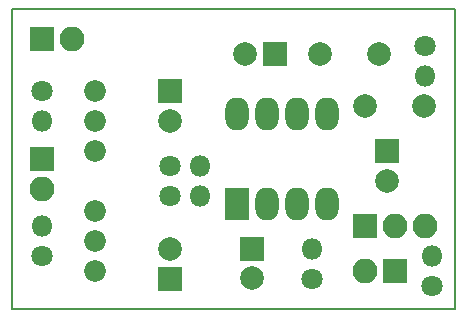
<source format=gbr>
G04 #@! TF.FileFunction,Soldermask,Top*
%FSLAX46Y46*%
G04 Gerber Fmt 4.6, Leading zero omitted, Abs format (unit mm)*
G04 Created by KiCad (PCBNEW 4.0.7) date 07/31/18 10:50:55*
%MOMM*%
%LPD*%
G01*
G04 APERTURE LIST*
%ADD10C,0.100000*%
%ADD11C,0.150000*%
%ADD12R,2.100000X2.100000*%
%ADD13O,2.100000X2.100000*%
%ADD14C,1.800000*%
%ADD15O,1.800000X1.800000*%
%ADD16C,1.840000*%
%ADD17C,2.000000*%
%ADD18R,2.000000X2.800000*%
%ADD19O,2.000000X2.800000*%
%ADD20R,2.000000X2.000000*%
G04 APERTURE END LIST*
D10*
D11*
X130810000Y-77470000D02*
X130810000Y-102870000D01*
X168275000Y-77470000D02*
X130810000Y-77470000D01*
X168275000Y-102870000D02*
X168275000Y-77470000D01*
X130810000Y-102870000D02*
X168275000Y-102870000D01*
D12*
X133350000Y-80010000D03*
D13*
X135890000Y-80010000D03*
D14*
X165735000Y-80645000D03*
D15*
X165735000Y-83185000D03*
D14*
X166370000Y-100965000D03*
D15*
X166370000Y-98425000D03*
D14*
X156210000Y-100330000D03*
D15*
X156210000Y-97790000D03*
D14*
X144145000Y-90805000D03*
D15*
X146685000Y-90805000D03*
D14*
X144145000Y-93345000D03*
D15*
X146685000Y-93345000D03*
D14*
X133350000Y-98425000D03*
D15*
X133350000Y-95885000D03*
D16*
X137795000Y-94615000D03*
X137795000Y-97155000D03*
X137795000Y-99695000D03*
X137795000Y-84455000D03*
X137795000Y-86995000D03*
X137795000Y-89535000D03*
D14*
X133350000Y-84455000D03*
D15*
X133350000Y-86995000D03*
D12*
X133350000Y-90170000D03*
D13*
X133350000Y-92710000D03*
D17*
X156845000Y-81280000D03*
X161845000Y-81280000D03*
X160655000Y-85725000D03*
X165655000Y-85725000D03*
D18*
X149860000Y-93980000D03*
D19*
X157480000Y-86360000D03*
X152400000Y-93980000D03*
X154940000Y-86360000D03*
X154940000Y-93980000D03*
X152400000Y-86360000D03*
X157480000Y-93980000D03*
X149860000Y-86360000D03*
D20*
X144145000Y-100330000D03*
D17*
X144145000Y-97830000D03*
D20*
X144145000Y-84455000D03*
D17*
X144145000Y-86955000D03*
D20*
X153035000Y-81280000D03*
D17*
X150535000Y-81280000D03*
D20*
X151130000Y-97790000D03*
D17*
X151130000Y-100290000D03*
D20*
X162560000Y-89535000D03*
D17*
X162560000Y-92035000D03*
D12*
X163195000Y-99695000D03*
D13*
X160655000Y-99695000D03*
D12*
X160655000Y-95885000D03*
D13*
X163195000Y-95885000D03*
X165735000Y-95885000D03*
M02*

</source>
